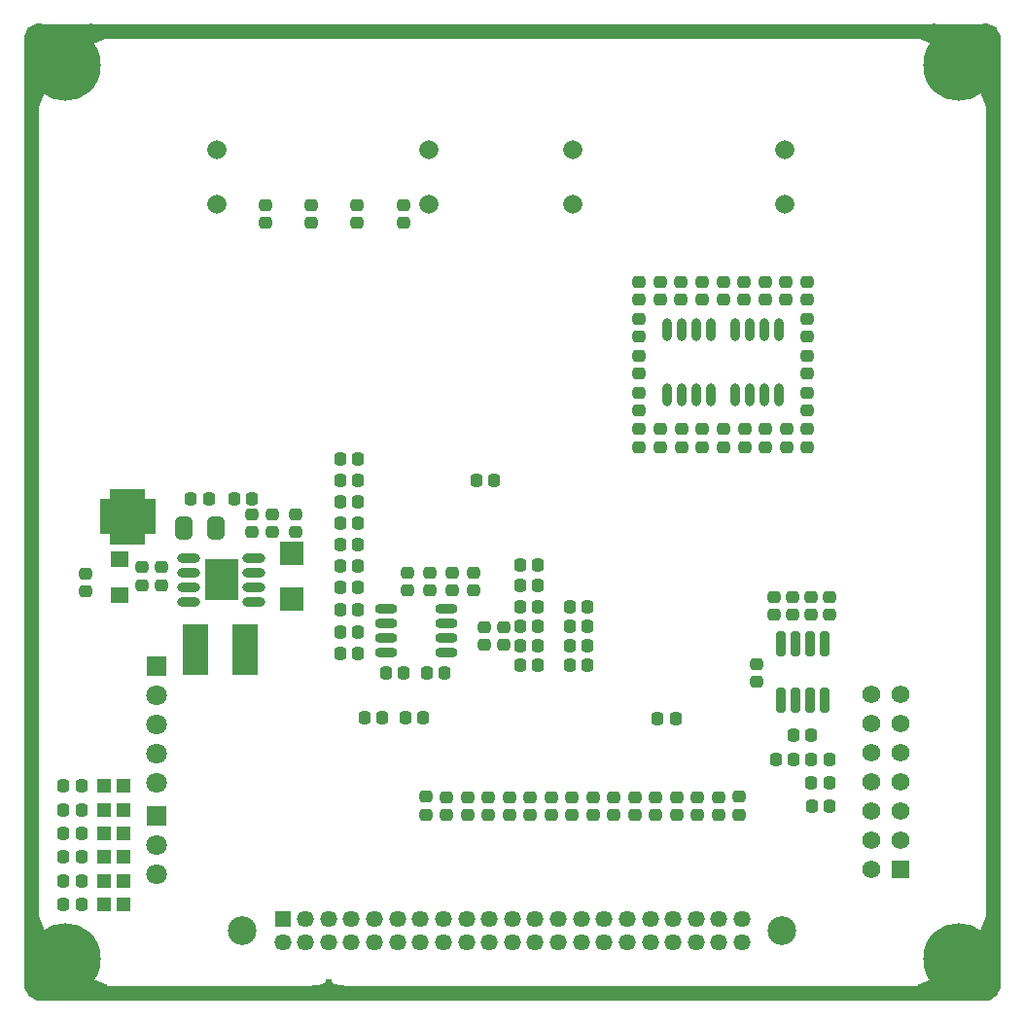
<source format=gbr>
G04*
G04 #@! TF.GenerationSoftware,Altium Limited,Altium Designer,24.1.2 (44)*
G04*
G04 Layer_Color=16711935*
%FSLAX44Y44*%
%MOMM*%
G71*
G04*
G04 #@! TF.SameCoordinates,B91C3D85-37F7-440E-B7CA-D4A3DDB4B262*
G04*
G04*
G04 #@! TF.FilePolarity,Negative*
G04*
G01*
G75*
%ADD23C,1.2300*%
G04:AMPARAMS|DCode=80|XSize=1.1532mm|YSize=1.0532mm|CornerRadius=0.3141mm|HoleSize=0mm|Usage=FLASHONLY|Rotation=180.000|XOffset=0mm|YOffset=0mm|HoleType=Round|Shape=RoundedRectangle|*
%AMROUNDEDRECTD80*
21,1,1.1532,0.4250,0,0,180.0*
21,1,0.5250,1.0532,0,0,180.0*
1,1,0.6282,-0.2625,0.2125*
1,1,0.6282,0.2625,0.2125*
1,1,0.6282,0.2625,-0.2125*
1,1,0.6282,-0.2625,-0.2125*
%
%ADD80ROUNDEDRECTD80*%
G04:AMPARAMS|DCode=81|XSize=1.1532mm|YSize=1.0532mm|CornerRadius=0.3141mm|HoleSize=0mm|Usage=FLASHONLY|Rotation=90.000|XOffset=0mm|YOffset=0mm|HoleType=Round|Shape=RoundedRectangle|*
%AMROUNDEDRECTD81*
21,1,1.1532,0.4250,0,0,90.0*
21,1,0.5250,1.0532,0,0,90.0*
1,1,0.6282,0.2125,0.2625*
1,1,0.6282,0.2125,-0.2625*
1,1,0.6282,-0.2125,-0.2625*
1,1,0.6282,-0.2125,0.2625*
%
%ADD81ROUNDEDRECTD81*%
%ADD86R,2.0032X2.0032*%
%ADD114O,0.8032X2.0032*%
%ADD118R,1.5732X1.5732*%
%ADD119C,1.5732*%
%ADD120C,1.6612*%
%ADD121C,1.4612*%
%ADD122R,1.4612X1.4612*%
%ADD123C,2.5032*%
%ADD124C,1.2032*%
%ADD125C,6.2032*%
%ADD126C,1.8032*%
%ADD127R,1.8032X1.8032*%
%ADD162R,0.3769X0.4877*%
%ADD163R,0.8704X0.4005*%
%ADD164R,0.7127X0.4784*%
%ADD165R,0.5175X0.4406*%
G04:AMPARAMS|DCode=166|XSize=2.1732mm|YSize=0.7932mm|CornerRadius=0.1754mm|HoleSize=0mm|Usage=FLASHONLY|Rotation=270.000|XOffset=0mm|YOffset=0mm|HoleType=Round|Shape=RoundedRectangle|*
%AMROUNDEDRECTD166*
21,1,2.1732,0.4425,0,0,270.0*
21,1,1.8225,0.7932,0,0,270.0*
1,1,0.3507,-0.2213,-0.9113*
1,1,0.3507,-0.2213,0.9113*
1,1,0.3507,0.2213,0.9113*
1,1,0.3507,0.2213,-0.9113*
%
%ADD166ROUNDEDRECTD166*%
%ADD167R,2.9210X3.6068*%
%ADD168O,2.0032X0.8032*%
%ADD169R,2.8532X2.8532*%
%ADD170R,1.0588X0.5286*%
%ADD171R,0.5286X1.0588*%
G04:AMPARAMS|DCode=172|XSize=1.8432mm|YSize=0.7932mm|CornerRadius=0.2491mm|HoleSize=0mm|Usage=FLASHONLY|Rotation=0.000|XOffset=0mm|YOffset=0mm|HoleType=Round|Shape=RoundedRectangle|*
%AMROUNDEDRECTD172*
21,1,1.8432,0.2950,0,0,0.0*
21,1,1.3450,0.7932,0,0,0.0*
1,1,0.4982,0.6725,-0.1475*
1,1,0.4982,-0.6725,-0.1475*
1,1,0.4982,-0.6725,0.1475*
1,1,0.4982,0.6725,0.1475*
%
%ADD172ROUNDEDRECTD172*%
%ADD173R,2.2032X4.4032*%
G04:AMPARAMS|DCode=174|XSize=1.9532mm|YSize=1.4532mm|CornerRadius=0.3454mm|HoleSize=0mm|Usage=FLASHONLY|Rotation=270.000|XOffset=0mm|YOffset=0mm|HoleType=Round|Shape=RoundedRectangle|*
%AMROUNDEDRECTD174*
21,1,1.9532,0.7625,0,0,270.0*
21,1,1.2625,1.4532,0,0,270.0*
1,1,0.6907,-0.3813,-0.6313*
1,1,0.6907,-0.3813,0.6313*
1,1,0.6907,0.3813,0.6313*
1,1,0.6907,0.3813,-0.6313*
%
%ADD174ROUNDEDRECTD174*%
%ADD175R,1.3000X1.2000*%
%ADD176R,1.5032X1.3532*%
G36*
X72648Y837500D02*
X60019Y831975D01*
X36000Y840536D01*
X16458Y833570D01*
X9459Y814000D01*
X18057Y789957D01*
X12506Y777344D01*
X206Y791390D01*
X5266Y814000D01*
X206Y836610D01*
X11965Y837939D01*
Y837959D01*
X12003Y837997D01*
X12081Y837997D01*
X13429Y849800D01*
X36000Y844737D01*
X58571Y849800D01*
X72648Y837500D01*
D02*
G37*
G36*
X837944Y838035D02*
X837959D01*
X837997Y837997D01*
X837997Y837917D01*
X849806Y836531D01*
X849739Y835705D01*
X849538Y834400D01*
X847395Y824398D01*
X844871Y814000D01*
X847395Y803602D01*
X849538Y793599D01*
X849739Y792295D01*
X849806Y791469D01*
X837506Y777359D01*
X832007Y790005D01*
X840530Y814000D01*
X833584Y833555D01*
X814000Y840536D01*
X789981Y831974D01*
X777352Y837500D01*
X791429Y849800D01*
X814000Y844737D01*
X836571Y849800D01*
X837944Y838035D01*
D02*
G37*
G36*
X849806Y58532D02*
X849739Y57706D01*
X849538Y56401D01*
X847395Y46399D01*
X844871Y36000D01*
X847395Y25601D01*
X849538Y15599D01*
X849739Y14294D01*
X849806Y13468D01*
X838035Y12063D01*
Y12041D01*
X837997Y12003D01*
X837924Y12003D01*
X836571Y200D01*
X835750Y267D01*
X834449Y468D01*
X824447Y2607D01*
X814000Y5135D01*
X803553Y2607D01*
X793551Y468D01*
X792250Y267D01*
X791430Y200D01*
X777352Y12500D01*
X789981Y18025D01*
X814000Y9464D01*
X833583Y16444D01*
X840530Y36000D01*
X832006Y59995D01*
X837506Y72641D01*
X849806Y58532D01*
D02*
G37*
G36*
X18057Y60043D02*
X9459Y36000D01*
X16457Y16430D01*
X36000Y9464D01*
X60019Y18026D01*
X72648Y12500D01*
X58571Y200D01*
X57750Y267D01*
X56450Y468D01*
X46447Y2607D01*
X36000Y5135D01*
X25553Y2607D01*
X15550Y468D01*
X14250Y267D01*
X13429Y200D01*
X12068Y11965D01*
X12041D01*
X12003Y12003D01*
X12003Y12081D01*
X206Y13390D01*
X5266Y36000D01*
X206Y58610D01*
X12506Y72656D01*
X18057Y60043D01*
D02*
G37*
G36*
X267663Y16615D02*
X268032Y15752D01*
X268647Y14990D01*
X269508Y14329D01*
X270615Y13770D01*
X271968Y13313D01*
X273567Y12958D01*
X277503Y12551D01*
X279840Y12500D01*
X265000Y200D01*
X250160Y12500D01*
X252497Y12551D01*
X254588Y12703D01*
X256433Y12958D01*
X258032Y13313D01*
X259385Y13770D01*
X260492Y14329D01*
X261353Y14990D01*
X261968Y15752D01*
X262337Y16615D01*
X262460Y17580D01*
X267540D01*
X267663Y16615D01*
D02*
G37*
D23*
X12006Y843650D02*
G03*
X6356Y838012I0J-5650D01*
G01*
X6356Y12000D02*
G03*
X11994Y6350I5650J0D01*
G01*
X838006Y6350D02*
G03*
X843656Y11988I0J5650D01*
G01*
X843656Y838000D02*
G03*
X838024Y843650I-5650J0D01*
G01*
X6356Y155503D02*
Y415503D01*
X843656Y706779D02*
Y837975D01*
X843656Y696779D02*
X843656Y706779D01*
X843656Y426780D02*
Y696779D01*
X843656Y416780D02*
X843656Y426780D01*
X843656Y156780D02*
Y416780D01*
X843656Y146780D02*
X843656Y156780D01*
X843656Y12000D02*
Y146780D01*
X700857Y6350D02*
X837981D01*
X690857Y6350D02*
X700857Y6350D01*
X430857Y6350D02*
X690857D01*
X706321Y843650D02*
X838006D01*
X696321Y843650D02*
X706321Y843650D01*
X426322Y843650D02*
X696321D01*
X416322Y843650D02*
X426322Y843650D01*
X156323Y843650D02*
X416322D01*
X146323Y843650D02*
X156323Y843650D01*
X12024Y843650D02*
X146323D01*
X420857Y6350D02*
X430857Y6350D01*
X265000Y6350D02*
X420857D01*
X12006Y6350D02*
X140858D01*
X150858Y6350D01*
X265000D01*
X6356Y705502D02*
Y838000D01*
X6356Y695502D02*
X6356Y705502D01*
X6356Y425503D02*
Y695502D01*
X6356Y415503D02*
X6356Y425503D01*
X6356Y145503D02*
X6356Y155503D01*
X6356Y12025D02*
Y145503D01*
D80*
X668978Y350650D02*
D03*
Y335150D02*
D03*
X684922Y335150D02*
D03*
Y350650D02*
D03*
X700866Y335150D02*
D03*
Y350650D02*
D03*
X653034Y335150D02*
D03*
Y350650D02*
D03*
X637573Y276877D02*
D03*
Y292377D02*
D03*
X349504Y161160D02*
D03*
Y176660D02*
D03*
X367707Y161014D02*
D03*
Y176514D02*
D03*
X385911Y176514D02*
D03*
Y161014D02*
D03*
X404114Y161014D02*
D03*
Y176514D02*
D03*
X422317Y161014D02*
D03*
Y176514D02*
D03*
X440521Y176514D02*
D03*
Y161014D02*
D03*
X458724Y176514D02*
D03*
Y161014D02*
D03*
X476927Y161014D02*
D03*
Y176514D02*
D03*
X495131Y161014D02*
D03*
Y176514D02*
D03*
X513334Y161014D02*
D03*
Y176514D02*
D03*
X531537Y176514D02*
D03*
Y161014D02*
D03*
X549740Y161014D02*
D03*
Y176514D02*
D03*
X567944Y161014D02*
D03*
Y176514D02*
D03*
X586147Y176514D02*
D03*
Y161014D02*
D03*
X604350Y161014D02*
D03*
Y176514D02*
D03*
X622554Y161160D02*
D03*
Y176660D02*
D03*
X53866Y355470D02*
D03*
Y370970D02*
D03*
X663445Y625166D02*
D03*
Y609666D02*
D03*
X608577Y609666D02*
D03*
Y625166D02*
D03*
X681984Y481200D02*
D03*
Y496700D02*
D03*
X645343Y496700D02*
D03*
Y481200D02*
D03*
X626866Y609666D02*
D03*
Y625166D02*
D03*
X663664Y496700D02*
D03*
Y481200D02*
D03*
X535419Y625166D02*
D03*
Y609666D02*
D03*
X553740Y481200D02*
D03*
Y496700D02*
D03*
X571998Y609666D02*
D03*
Y625166D02*
D03*
X590381Y496700D02*
D03*
Y481200D02*
D03*
X590287Y609666D02*
D03*
Y625166D02*
D03*
X572060Y496700D02*
D03*
Y481200D02*
D03*
X198611Y422861D02*
D03*
Y407361D02*
D03*
X391393Y356550D02*
D03*
Y372050D02*
D03*
X372266Y356550D02*
D03*
Y372050D02*
D03*
X353138Y356550D02*
D03*
Y372050D02*
D03*
X334010Y356550D02*
D03*
Y372050D02*
D03*
X210000Y676410D02*
D03*
Y691910D02*
D03*
X250000Y676410D02*
D03*
Y691910D02*
D03*
X681860Y577550D02*
D03*
Y593050D02*
D03*
X681860Y560933D02*
D03*
Y545433D02*
D03*
X681859Y609666D02*
D03*
Y625166D02*
D03*
X681860Y528816D02*
D03*
Y513316D02*
D03*
X645281Y609666D02*
D03*
Y625166D02*
D03*
X627147Y496700D02*
D03*
Y481200D02*
D03*
X535544Y545433D02*
D03*
Y560933D02*
D03*
X535544Y528816D02*
D03*
Y513316D02*
D03*
X535544Y577550D02*
D03*
Y593050D02*
D03*
X535544Y496700D02*
D03*
Y481200D02*
D03*
X553833Y609666D02*
D03*
Y625166D02*
D03*
X608827Y496700D02*
D03*
Y481200D02*
D03*
X236504Y407250D02*
D03*
Y422750D02*
D03*
X102966Y376507D02*
D03*
Y361007D02*
D03*
X119444Y376606D02*
D03*
Y361106D02*
D03*
X417190Y309101D02*
D03*
Y324601D02*
D03*
X400549Y309101D02*
D03*
Y324601D02*
D03*
X216370Y407361D02*
D03*
Y422861D02*
D03*
X330454Y676410D02*
D03*
Y691910D02*
D03*
X290000Y676410D02*
D03*
Y691910D02*
D03*
D81*
X685670Y168410D02*
D03*
X701170D02*
D03*
X685403Y189004D02*
D03*
X700902D02*
D03*
X669902Y230193D02*
D03*
X685403D02*
D03*
X700902Y209599D02*
D03*
X685403D02*
D03*
X669902D02*
D03*
X654402D02*
D03*
X34160Y82804D02*
D03*
X49660D02*
D03*
X34160Y103497D02*
D03*
X49660D02*
D03*
X34160Y124189D02*
D03*
X49660D02*
D03*
X34160Y144881D02*
D03*
X49660D02*
D03*
X290780Y433682D02*
D03*
X275280D02*
D03*
X290780Y377447D02*
D03*
X275280D02*
D03*
X290780Y414937D02*
D03*
X275280D02*
D03*
X290780Y396059D02*
D03*
X275280D02*
D03*
X275280Y452427D02*
D03*
X290780D02*
D03*
X275280Y358702D02*
D03*
X290780D02*
D03*
X275280Y471172D02*
D03*
X290780D02*
D03*
X275280Y339957D02*
D03*
X290780D02*
D03*
X296556Y245638D02*
D03*
X312056D02*
D03*
X198484Y436212D02*
D03*
X182984D02*
D03*
X34160Y186265D02*
D03*
X49660D02*
D03*
X34160Y165573D02*
D03*
X49660D02*
D03*
X290604Y301248D02*
D03*
X275104D02*
D03*
X290780Y320040D02*
D03*
X275280D02*
D03*
X409250Y452500D02*
D03*
X393750D02*
D03*
X332116Y245638D02*
D03*
X347616D02*
D03*
X431956Y308177D02*
D03*
X447456D02*
D03*
X431956Y342366D02*
D03*
X447456D02*
D03*
X431956Y325271D02*
D03*
X447456D02*
D03*
X431956Y291083D02*
D03*
X447456D02*
D03*
X475219Y342366D02*
D03*
X490719D02*
D03*
X475219Y308177D02*
D03*
X490719D02*
D03*
X475219Y325271D02*
D03*
X490719D02*
D03*
X475219Y291083D02*
D03*
X490719D02*
D03*
X160755Y436071D02*
D03*
X145255D02*
D03*
X431958Y378231D02*
D03*
X447458D02*
D03*
Y360781D02*
D03*
X431958D02*
D03*
X366204Y284416D02*
D03*
X350704D02*
D03*
X330644D02*
D03*
X315144D02*
D03*
X551517Y245146D02*
D03*
X567017D02*
D03*
D86*
X232733Y388601D02*
D03*
Y348601D02*
D03*
D114*
X619234Y583531D02*
D03*
X631934D02*
D03*
X644633D02*
D03*
X657334D02*
D03*
X619234Y527031D02*
D03*
X631934D02*
D03*
X644633D02*
D03*
X657334D02*
D03*
X597644Y527031D02*
D03*
X584944D02*
D03*
X572243D02*
D03*
X559543D02*
D03*
X597644Y583531D02*
D03*
X584944D02*
D03*
X572243D02*
D03*
X559543D02*
D03*
D118*
X762700Y113800D02*
D03*
D119*
X737300D02*
D03*
X762700Y139200D02*
D03*
X737300D02*
D03*
X762700Y164600D02*
D03*
X737300D02*
D03*
Y190000D02*
D03*
Y215400D02*
D03*
X762700Y240800D02*
D03*
X737300D02*
D03*
X762700Y266200D02*
D03*
X737300D02*
D03*
X762700Y190000D02*
D03*
Y215400D02*
D03*
D120*
X352500Y692500D02*
D03*
X167500D02*
D03*
X352500Y740000D02*
D03*
X167500D02*
D03*
X662500Y692500D02*
D03*
X477500D02*
D03*
X662500Y740000D02*
D03*
X477500D02*
D03*
D121*
X625000Y50000D02*
D03*
Y70000D02*
D03*
X605000Y50000D02*
D03*
Y70000D02*
D03*
X585000Y50000D02*
D03*
Y70000D02*
D03*
X565000Y50000D02*
D03*
Y70000D02*
D03*
X545000Y50000D02*
D03*
Y70000D02*
D03*
X525000Y50000D02*
D03*
Y70000D02*
D03*
X505000Y50000D02*
D03*
Y70000D02*
D03*
X485000Y50000D02*
D03*
Y70000D02*
D03*
X465000Y50000D02*
D03*
Y70000D02*
D03*
X445000Y50000D02*
D03*
Y70000D02*
D03*
X425000Y50000D02*
D03*
Y70000D02*
D03*
X405000Y50000D02*
D03*
Y70000D02*
D03*
X385000Y50000D02*
D03*
Y70000D02*
D03*
X365000Y50000D02*
D03*
Y70000D02*
D03*
X345000Y50000D02*
D03*
Y70000D02*
D03*
X325000Y50000D02*
D03*
Y70000D02*
D03*
X305000Y50000D02*
D03*
Y70000D02*
D03*
X285000Y50000D02*
D03*
Y70000D02*
D03*
X265000Y50000D02*
D03*
Y70000D02*
D03*
X245000Y50000D02*
D03*
Y70000D02*
D03*
X225000Y50000D02*
D03*
D122*
Y70000D02*
D03*
D123*
X190000Y60000D02*
D03*
X660000D02*
D03*
D124*
X19560Y52440D02*
D03*
X52440Y19560D02*
D03*
X19560D02*
D03*
X52440Y52440D02*
D03*
X59250Y36000D02*
D03*
X36000Y13140D02*
D03*
X12750Y36000D02*
D03*
X36000Y59250D02*
D03*
X19560Y830440D02*
D03*
X52440Y797560D02*
D03*
X19560D02*
D03*
X52440Y830440D02*
D03*
X59250Y814000D02*
D03*
X36000Y791140D02*
D03*
X12750Y814000D02*
D03*
X36000Y837250D02*
D03*
X797560Y830440D02*
D03*
X830440Y797560D02*
D03*
X797560D02*
D03*
X830440Y830440D02*
D03*
X837250Y814000D02*
D03*
X814000Y791140D02*
D03*
X790750Y814000D02*
D03*
X814000Y837250D02*
D03*
X797560Y52440D02*
D03*
X830440Y19560D02*
D03*
X797560D02*
D03*
X830440Y52440D02*
D03*
X837250Y36000D02*
D03*
X814000Y13140D02*
D03*
X790750Y36000D02*
D03*
X814000Y59250D02*
D03*
D125*
X36000Y36000D02*
D03*
Y814000D02*
D03*
X814000D02*
D03*
Y36000D02*
D03*
D126*
X115316Y109728D02*
D03*
Y135128D02*
D03*
Y188516D02*
D03*
Y213916D02*
D03*
Y239316D02*
D03*
Y264716D02*
D03*
D127*
Y160528D02*
D03*
Y290116D02*
D03*
D162*
X14117Y835558D02*
D03*
D163*
X15211Y13999D02*
D03*
D164*
X834439Y14389D02*
D03*
D165*
X835453Y835831D02*
D03*
D166*
X658425Y310198D02*
D03*
X671125D02*
D03*
X683825D02*
D03*
X696525D02*
D03*
Y260698D02*
D03*
X683825D02*
D03*
X671125D02*
D03*
X658425D02*
D03*
D167*
X171657Y365732D02*
D03*
D168*
X199910Y384476D02*
D03*
Y371776D02*
D03*
Y359076D02*
D03*
Y346376D02*
D03*
X143410Y384476D02*
D03*
Y371776D02*
D03*
Y359076D02*
D03*
Y346376D02*
D03*
D169*
X89930Y420702D02*
D03*
D170*
X70906Y433202D02*
D03*
Y428202D02*
D03*
Y423202D02*
D03*
Y418202D02*
D03*
Y413202D02*
D03*
Y408202D02*
D03*
X108954D02*
D03*
Y413202D02*
D03*
Y418202D02*
D03*
Y423202D02*
D03*
Y428202D02*
D03*
Y433202D02*
D03*
D171*
X77430Y401678D02*
D03*
X82430D02*
D03*
X87430D02*
D03*
X92430D02*
D03*
X97430D02*
D03*
X102430D02*
D03*
Y439726D02*
D03*
X97430D02*
D03*
X92430D02*
D03*
X87430D02*
D03*
X82430D02*
D03*
X77430D02*
D03*
D172*
X315280Y302260D02*
D03*
Y314960D02*
D03*
Y327660D02*
D03*
Y340360D02*
D03*
X367980D02*
D03*
Y327660D02*
D03*
Y314960D02*
D03*
Y302260D02*
D03*
D173*
X192400Y304720D02*
D03*
X149000D02*
D03*
D174*
X166905Y410746D02*
D03*
X138905D02*
D03*
D175*
X69232Y82804D02*
D03*
X86232D02*
D03*
X69232Y103497D02*
D03*
X86232D02*
D03*
X69232Y124189D02*
D03*
X86232D02*
D03*
X69232Y144881D02*
D03*
X86232D02*
D03*
X69232Y186265D02*
D03*
X86232D02*
D03*
X69232Y165573D02*
D03*
X86232D02*
D03*
D176*
X82816Y383720D02*
D03*
Y352720D02*
D03*
M02*

</source>
